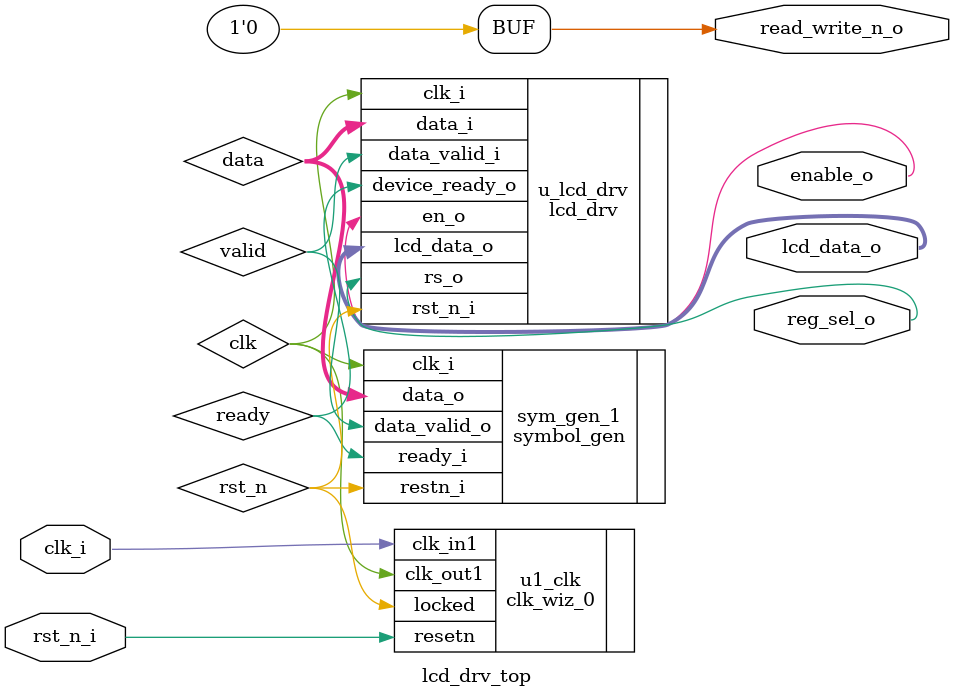
<source format=v>
`timescale 1us/100ns
module lcd_drv_top(
  //  System signals
  input         rst_n_i,        //  Active low reset
  input         clk_i,          //  System clock @ ?? MHz
  // Keypad Interface
  //inout [3:0]   column_io,      // Column
  //inout [3:0]   row_io,         // Row
  //  LCD interface
  output        reg_sel_o,      //  Register select
  output        enable_o,       //  Strobe signal
  output [7:0]  lcd_data_o,     //  Data(or instruction) to LCD
  output        read_write_n_o  // 1 Read 0 Write

);

wire clk;
wire rst_n;
wire ready;
wire [  8:0]data;
wire valid;


assign read_write_n_o = 1'b0;

lcd_drv u_lcd_drv (
  .rst_n_i        (rst_n),
  .clk_i          (clk),
  .data_i         (data),
  .data_valid_i   (valid),
  .device_ready_o (ready),
  .rs_o           (reg_sel_o),
  .en_o           (enable_o),
  .lcd_data_o     (lcd_data_o)

);

clk_wiz_0 u1_clk
   (
    // Clock out ports
    .clk_out1(clk),     // output clk_out1
    // Status and control signals
    .resetn(rst_n_i),     // input resetn
    .locked(rst_n),       // output locked
   // Clock in ports
    .clk_in1(clk_i)         // input clk_in1
    );
// INST_TAG_END ------ End INSTANTIATION Template ---------


symbol_gen sym_gen_1
(
 .restn_i(rst_n),
 .clk_i(clk),
 .ready_i(ready),
 .data_o(data),
 .data_valid_o(valid)
);
endmodule

</source>
